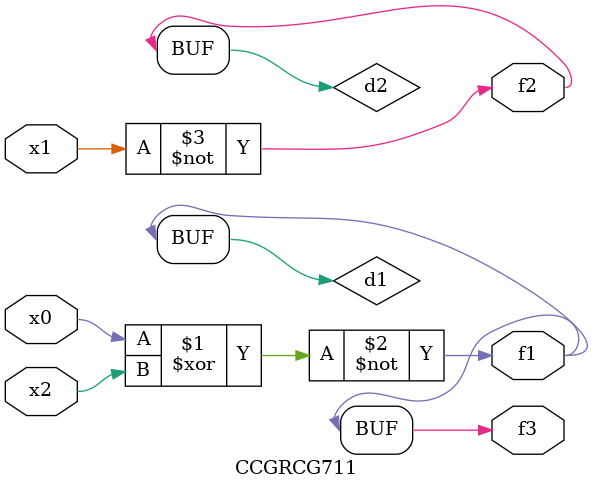
<source format=v>
module CCGRCG711(
	input x0, x1, x2,
	output f1, f2, f3
);

	wire d1, d2, d3;

	xnor (d1, x0, x2);
	nand (d2, x1);
	nor (d3, x1, x2);
	assign f1 = d1;
	assign f2 = d2;
	assign f3 = d1;
endmodule

</source>
